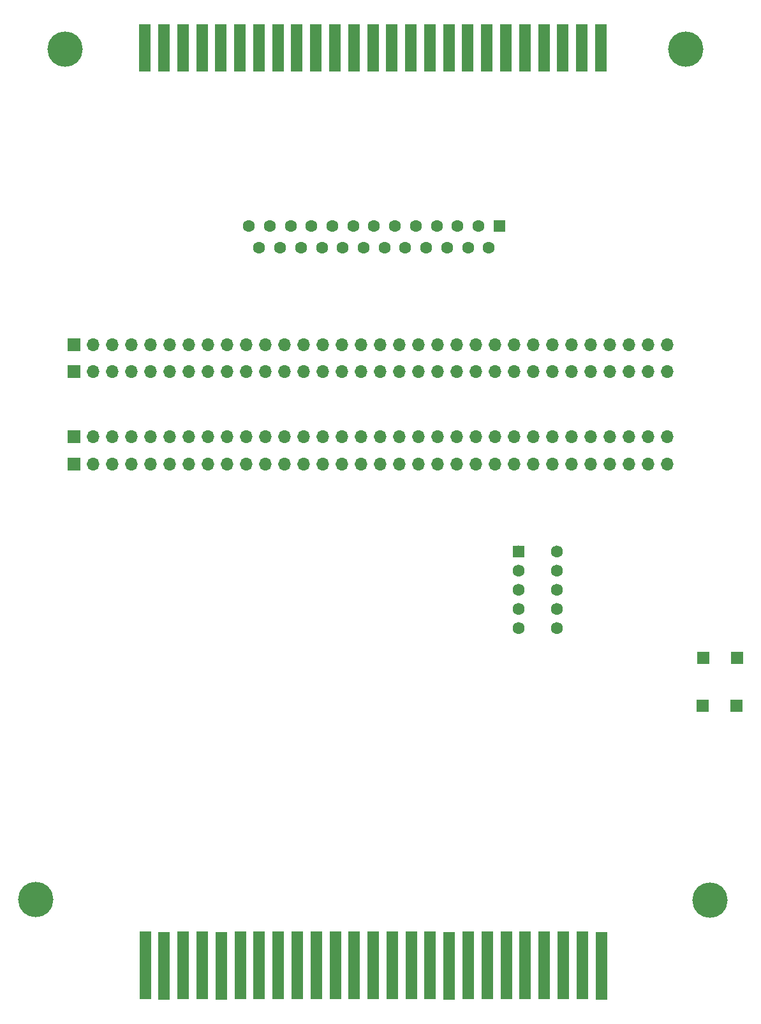
<source format=gbr>
%TF.GenerationSoftware,KiCad,Pcbnew,(6.0.2)*%
%TF.CreationDate,2022-10-27T18:33:53-05:00*%
%TF.ProjectId,REF1329_Breakout,52454631-3332-4395-9f42-7265616b6f75,rev?*%
%TF.SameCoordinates,Original*%
%TF.FileFunction,Soldermask,Bot*%
%TF.FilePolarity,Negative*%
%FSLAX46Y46*%
G04 Gerber Fmt 4.6, Leading zero omitted, Abs format (unit mm)*
G04 Created by KiCad (PCBNEW (6.0.2)) date 2022-10-27 18:33:53*
%MOMM*%
%LPD*%
G01*
G04 APERTURE LIST*
%ADD10C,0.000000*%
%ADD11C,0.795000*%
%ADD12R,1.700000X1.700000*%
%ADD13O,1.700000X1.700000*%
%ADD14R,1.590000X1.590000*%
%ADD15C,4.680000*%
%ADD16R,1.530000X9.000000*%
%ADD17R,1.600000X1.600000*%
%ADD18C,1.600000*%
%ADD19R,1.530000X6.250000*%
G04 APERTURE END LIST*
D10*
G36*
X190883200Y-110492900D02*
G01*
X189293200Y-110492900D01*
X189293200Y-108902900D01*
X190883200Y-108902900D01*
X190883200Y-110492900D01*
G37*
D11*
X165998500Y-100649100D02*
G75*
G03*
X165998500Y-100649100I-397500J0D01*
G01*
X171078500Y-95569100D02*
G75*
G03*
X171078500Y-95569100I-397500J0D01*
G01*
D10*
G36*
X195367900Y-110492900D02*
G01*
X193777900Y-110492900D01*
X193777900Y-108902900D01*
X195367900Y-108902900D01*
X195367900Y-110492900D01*
G37*
D11*
X171078500Y-100649100D02*
G75*
G03*
X171078500Y-100649100I-397500J0D01*
G01*
X171078500Y-103189100D02*
G75*
G03*
X171078500Y-103189100I-397500J0D01*
G01*
X165998500Y-103189100D02*
G75*
G03*
X165998500Y-103189100I-397500J0D01*
G01*
X171078500Y-105729100D02*
G75*
G03*
X171078500Y-105729100I-397500J0D01*
G01*
X171078500Y-98109100D02*
G75*
G03*
X171078500Y-98109100I-397500J0D01*
G01*
X165998500Y-95569100D02*
G75*
G03*
X165998500Y-95569100I-397500J0D01*
G01*
D10*
G36*
X195328200Y-116842900D02*
G01*
X193738200Y-116842900D01*
X193738200Y-115252900D01*
X195328200Y-115252900D01*
X195328200Y-116842900D01*
G37*
G36*
X190843500Y-116842900D02*
G01*
X189253500Y-116842900D01*
X189253500Y-115252900D01*
X190843500Y-115252900D01*
X190843500Y-116842900D01*
G37*
D11*
X165998500Y-105729100D02*
G75*
G03*
X165998500Y-105729100I-397500J0D01*
G01*
X165998500Y-98109100D02*
G75*
G03*
X165998500Y-98109100I-397500J0D01*
G01*
D12*
%TO.C,J7*%
X106570700Y-83977000D03*
D13*
X109110700Y-83977000D03*
X111650700Y-83977000D03*
X114190700Y-83977000D03*
X116730700Y-83977000D03*
X119270700Y-83977000D03*
X121810700Y-83977000D03*
X124350700Y-83977000D03*
X126890700Y-83977000D03*
X129430700Y-83977000D03*
X131970700Y-83977000D03*
X134510700Y-83977000D03*
X137050700Y-83977000D03*
X139590700Y-83977000D03*
X142130700Y-83977000D03*
X144670700Y-83977000D03*
X147210700Y-83977000D03*
X149750700Y-83977000D03*
X152290700Y-83977000D03*
X154830700Y-83977000D03*
X157370700Y-83977000D03*
X159910700Y-83977000D03*
X162450700Y-83977000D03*
X164990700Y-83977000D03*
X167530700Y-83977000D03*
X170070700Y-83977000D03*
X172610700Y-83977000D03*
X175150700Y-83977000D03*
X177690700Y-83977000D03*
X180230700Y-83977000D03*
X182770700Y-83977000D03*
X185310700Y-83977000D03*
%TD*%
D14*
%TO.C,SW1*%
X190043900Y-116045900D03*
X190083900Y-109695900D03*
X194529900Y-116048900D03*
X194568900Y-109696900D03*
%TD*%
D15*
%TO.C,Hole1*%
X105352400Y-28947400D03*
%TD*%
D16*
%TO.C,J5*%
X116029400Y-150518400D03*
X118547400Y-150532400D03*
X121072400Y-150520400D03*
X123599400Y-150514400D03*
X126118400Y-150528400D03*
X128637400Y-150514400D03*
X131160400Y-150503400D03*
X133679400Y-150489400D03*
X136198400Y-150517400D03*
X138726400Y-150517400D03*
X141251400Y-150508400D03*
X143772400Y-150500400D03*
X146296400Y-150484400D03*
X148816400Y-150457400D03*
X151336400Y-150469400D03*
X153855400Y-150455400D03*
X156373400Y-150521400D03*
X158897400Y-150515400D03*
X161423400Y-150505400D03*
X163941400Y-150501400D03*
X166461400Y-150486400D03*
X168980400Y-150486400D03*
X171510400Y-150470400D03*
X174036400Y-150469400D03*
X176555400Y-150528400D03*
%TD*%
D15*
%TO.C,Hole2*%
X101501400Y-141759400D03*
%TD*%
D17*
%TO.C,U3*%
X165596900Y-95580900D03*
D18*
X165596900Y-98120900D03*
X165596900Y-100660900D03*
X165596900Y-103200900D03*
X165596900Y-105740900D03*
X170676900Y-105740900D03*
X170676900Y-103200900D03*
X170676900Y-100660900D03*
X170676900Y-98120900D03*
X170676900Y-95580900D03*
%TD*%
D12*
%TO.C,J9*%
X106577700Y-80375000D03*
D13*
X109117700Y-80375000D03*
X111657700Y-80375000D03*
X114197700Y-80375000D03*
X116737700Y-80375000D03*
X119277700Y-80375000D03*
X121817700Y-80375000D03*
X124357700Y-80375000D03*
X126897700Y-80375000D03*
X129437700Y-80375000D03*
X131977700Y-80375000D03*
X134517700Y-80375000D03*
X137057700Y-80375000D03*
X139597700Y-80375000D03*
X142137700Y-80375000D03*
X144677700Y-80375000D03*
X147217700Y-80375000D03*
X149757700Y-80375000D03*
X152297700Y-80375000D03*
X154837700Y-80375000D03*
X157377700Y-80375000D03*
X159917700Y-80375000D03*
X162457700Y-80375000D03*
X164997700Y-80375000D03*
X167537700Y-80375000D03*
X170077700Y-80375000D03*
X172617700Y-80375000D03*
X175157700Y-80375000D03*
X177697700Y-80375000D03*
X180237700Y-80375000D03*
X182777700Y-80375000D03*
X185317700Y-80375000D03*
%TD*%
D12*
%TO.C,J6*%
X106575700Y-68175000D03*
D13*
X109115700Y-68175000D03*
X111655700Y-68175000D03*
X114195700Y-68175000D03*
X116735700Y-68175000D03*
X119275700Y-68175000D03*
X121815700Y-68175000D03*
X124355700Y-68175000D03*
X126895700Y-68175000D03*
X129435700Y-68175000D03*
X131975700Y-68175000D03*
X134515700Y-68175000D03*
X137055700Y-68175000D03*
X139595700Y-68175000D03*
X142135700Y-68175000D03*
X144675700Y-68175000D03*
X147215700Y-68175000D03*
X149755700Y-68175000D03*
X152295700Y-68175000D03*
X154835700Y-68175000D03*
X157375700Y-68175000D03*
X159915700Y-68175000D03*
X162455700Y-68175000D03*
X164995700Y-68175000D03*
X167535700Y-68175000D03*
X170075700Y-68175000D03*
X172615700Y-68175000D03*
X175155700Y-68175000D03*
X177695700Y-68175000D03*
X180235700Y-68175000D03*
X182775700Y-68175000D03*
X185315700Y-68175000D03*
%TD*%
D15*
%TO.C,Hole3*%
X187783400Y-28986400D03*
%TD*%
%TO.C,Hole4*%
X190958400Y-141804400D03*
%TD*%
D19*
%TO.C,J3*%
X115983400Y-28780400D03*
X118501400Y-28780400D03*
X121026400Y-28780400D03*
X123553400Y-28780400D03*
X126072400Y-28780400D03*
X128591400Y-28780400D03*
X131114400Y-28780400D03*
X133633400Y-28780400D03*
X136152400Y-28780400D03*
X138680400Y-28780400D03*
X141205400Y-28780400D03*
X143726400Y-28780400D03*
X146250400Y-28780400D03*
X148770400Y-28780400D03*
X151290400Y-28780400D03*
X153809400Y-28780400D03*
X156327400Y-28780400D03*
X158851400Y-28780400D03*
X161377400Y-28780400D03*
X163895400Y-28780400D03*
X166415400Y-28780400D03*
X168934400Y-28780400D03*
X171464400Y-28780400D03*
X173990400Y-28780400D03*
X176509400Y-28780400D03*
%TD*%
D12*
%TO.C,J8*%
X106577700Y-71774000D03*
D13*
X109117700Y-71774000D03*
X111657700Y-71774000D03*
X114197700Y-71774000D03*
X116737700Y-71774000D03*
X119277700Y-71774000D03*
X121817700Y-71774000D03*
X124357700Y-71774000D03*
X126897700Y-71774000D03*
X129437700Y-71774000D03*
X131977700Y-71774000D03*
X134517700Y-71774000D03*
X137057700Y-71774000D03*
X139597700Y-71774000D03*
X142137700Y-71774000D03*
X144677700Y-71774000D03*
X147217700Y-71774000D03*
X149757700Y-71774000D03*
X152297700Y-71774000D03*
X154837700Y-71774000D03*
X157377700Y-71774000D03*
X159917700Y-71774000D03*
X162457700Y-71774000D03*
X164997700Y-71774000D03*
X167537700Y-71774000D03*
X170077700Y-71774000D03*
X172617700Y-71774000D03*
X175157700Y-71774000D03*
X177697700Y-71774000D03*
X180237700Y-71774000D03*
X182777700Y-71774000D03*
X185317700Y-71774000D03*
%TD*%
D17*
%TO.C,J1*%
X163023400Y-52460100D03*
D18*
X160253400Y-52460100D03*
X157483400Y-52460100D03*
X154713400Y-52460100D03*
X151943400Y-52460100D03*
X149173400Y-52460100D03*
X146403400Y-52460100D03*
X143633400Y-52460100D03*
X140863400Y-52460100D03*
X138093400Y-52460100D03*
X135323400Y-52460100D03*
X132553400Y-52460100D03*
X129783400Y-52460100D03*
X161638400Y-55300100D03*
X158868400Y-55300100D03*
X156098400Y-55300100D03*
X153328400Y-55300100D03*
X150558400Y-55300100D03*
X147788400Y-55300100D03*
X145018400Y-55300100D03*
X142248400Y-55300100D03*
X139478400Y-55300100D03*
X136708400Y-55300100D03*
X133938400Y-55300100D03*
X131168400Y-55300100D03*
%TD*%
M02*

</source>
